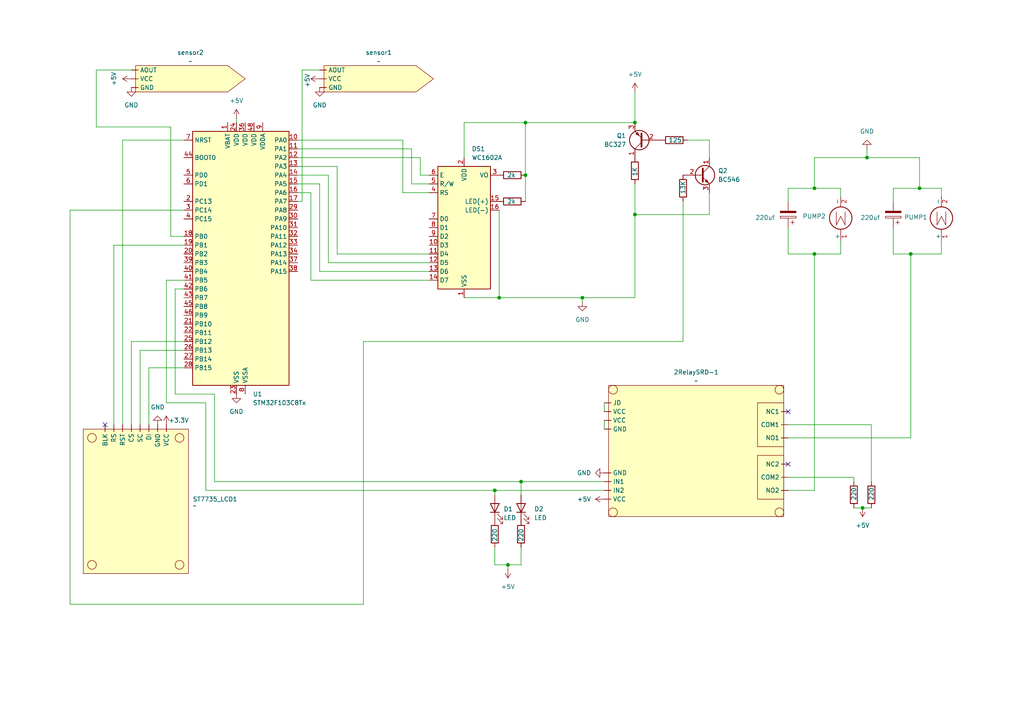
<source format=kicad_sch>
(kicad_sch (version 20231120) (generator "eeschema") (generator_version "8.0")
  (paper "A4")
  (lib_symbols
    (symbol "Device:C_Polarized" (pin_numbers hide) (pin_names (offset 0.254))
      (property "Reference" "C" (at 0.635 2.54 0))
      (property "Value" "C_Polarized" (at 0.635 -2.54 0))
      (symbol "C_Polarized_0_1"
        (rectangle (start -2.286 0.508) (end 2.286 1.016))
        (polyline (pts (xy -1.778 2.286) (xy -0.762 2.286)))
        (polyline (pts (xy -1.27 2.794) (xy -1.27 1.778)))
        (rectangle (start 2.286 -0.508) (end -2.286 -1.016) (fill (type outline)))
      )
      (symbol "C_Polarized_1_1"
        (pin passive line (at 0 3.81 270) (length 2.794) (name "~") (number "1"))
        (pin passive line (at 0 -3.81 90) (length 2.794) (name "~") (number "2"))
      )
    )
    (symbol "Device:LED" (pin_numbers hide) (pin_names (offset 1.016) hide)
      (property "Reference" "D" (at 0 2.54 0))
      (property "Value" "LED" (at 0 -2.54 0))
      (symbol "LED_0_1"
        (polyline (pts (xy -1.27 -1.27) (xy -1.27 1.27)) (stroke (width 0.254)))
        (polyline (pts (xy -1.27 0) (xy 1.27 0)))
        (polyline (pts (xy 1.27 -1.27) (xy 1.27 1.27) (xy -1.27 0) (xy 1.27 -1.27)) (stroke (width 0.254)))
        (polyline (pts (xy -3.048 -0.762) (xy -4.572 -2.286) (xy -3.81 -2.286) (xy -4.572 -2.286) (xy -4.572 -1.524)))
        (polyline (pts (xy -1.778 -0.762) (xy -3.302 -2.286) (xy -2.54 -2.286) (xy -3.302 -2.286) (xy -3.302 -1.524)))
      )
      (symbol "LED_1_1"
        (pin passive line (at -3.81 0 0) (length 2.54) (name "K") (number "1"))
        (pin passive line (at 3.81 0 180) (length 2.54) (name "A") (number "2"))
      )
    )
    (symbol "Device:R" (pin_numbers hide) (pin_names (offset 0))
      (property "Reference" "R" (at 2.032 0 90))
      (property "Value" "R" (at 0 0 90))
      (symbol "R_0_1"
        (rectangle (start -1.016 -2.54) (end 1.016 2.54) (stroke (width 0.254)))
      )
      (symbol "R_1_1"
        (pin passive line (at 0 3.81 270) (length 1.27) (name "~") (number "1"))
        (pin passive line (at 0 -3.81 90) (length 1.27) (name "~") (number "2"))
      )
    )
    (symbol "Display_Character:WC1602A"
      (property "Reference" "DS" (at -5.842 19.05 0))
      (property "Value" "WC1602A" (at 5.334 19.05 0))
      (symbol "WC1602A_1_1"
        (rectangle (start -7.62 17.78) (end 7.62 -17.78) (stroke (width 0.254)) (fill (type background)))
        (pin power_in line (at 0 -20.32 90) (length 2.54) (name "VSS") (number "1"))
        (pin input line (at -10.16 -5.08 0) (length 2.54) (name "D3") (number "10"))
        (pin input line (at -10.16 -7.62 0) (length 2.54) (name "D4") (number "11"))
        (pin input line (at -10.16 -10.16 0) (length 2.54) (name "D5") (number "12"))
        (pin input line (at -10.16 -12.7 0) (length 2.54) (name "D6") (number "13"))
        (pin input line (at -10.16 -15.24 0) (length 2.54) (name "D7") (number "14"))
        (pin power_in line (at 10.16 7.62 180) (length 2.54) (name "LED(+)") (number "15"))
        (pin power_in line (at 10.16 5.08 180) (length 2.54) (name "LED(-)") (number "16"))
        (pin power_in line (at 0 20.32 270) (length 2.54) (name "VDD") (number "2"))
        (pin input line (at 10.16 15.24 180) (length 2.54) (name "VO") (number "3"))
        (pin input line (at -10.16 10.16 0) (length 2.54) (name "RS") (number "4"))
        (pin input line (at -10.16 12.7 0) (length 2.54) (name "R/W") (number "5"))
        (pin input line (at -10.16 15.24 0) (length 2.54) (name "E") (number "6"))
        (pin input line (at -10.16 2.54 0) (length 2.54) (name "D0") (number "7"))
        (pin input line (at -10.16 0 0) (length 2.54) (name "D1") (number "8"))
        (pin input line (at -10.16 -2.54 0) (length 2.54) (name "D2") (number "9"))
      )
    )
    (symbol "MCU_ST_STM32F1:STM32F103C8Tx"
      (property "Reference" "U" (at -12.7 39.37 0))
      (property "Value" "STM32F103C8Tx" (at 10.16 39.37 0))
      (symbol "STM32F103C8Tx_0_1"
        (rectangle (start -12.7 -35.56) (end 15.24 38.1) (stroke (width 0.254)) (fill (type background)))
      )
      (symbol "STM32F103C8Tx_1_1"
        (pin power_in line (at -2.54 40.64 270) (length 2.54) (name "VBAT") (number "1"))
        (pin bidirectional line (at 17.78 35.56 180) (length 2.54) (name "PA0") (number "10"))
        (pin bidirectional line (at 17.78 33.02 180) (length 2.54) (name "PA1") (number "11"))
        (pin bidirectional line (at 17.78 30.48 180) (length 2.54) (name "PA2") (number "12"))
        (pin bidirectional line (at 17.78 27.94 180) (length 2.54) (name "PA3") (number "13"))
        (pin bidirectional line (at 17.78 25.4 180) (length 2.54) (name "PA4") (number "14"))
        (pin bidirectional line (at 17.78 22.86 180) (length 2.54) (name "PA5") (number "15"))
        (pin bidirectional line (at 17.78 20.32 180) (length 2.54) (name "PA6") (number "16"))
        (pin bidirectional line (at 17.78 17.78 180) (length 2.54) (name "PA7") (number "17"))
        (pin bidirectional line (at -15.24 7.62 0) (length 2.54) (name "PB0") (number "18"))
        (pin bidirectional line (at -15.24 5.08 0) (length 2.54) (name "PB1") (number "19"))
        (pin bidirectional line (at -15.24 17.78 0) (length 2.54) (name "PC13") (number "2"))
        (pin bidirectional line (at -15.24 2.54 0) (length 2.54) (name "PB2") (number "20"))
        (pin bidirectional line (at -15.24 -17.78 0) (length 2.54) (name "PB10") (number "21"))
        (pin bidirectional line (at -15.24 -20.32 0) (length 2.54) (name "PB11") (number "22"))
        (pin power_in line (at 0 -38.1 90) (length 2.54) (name "VSS") (number "23"))
        (pin power_in line (at 0 40.64 270) (length 2.54) (name "VDD") (number "24"))
        (pin bidirectional line (at -15.24 -22.86 0) (length 2.54) (name "PB12") (number "25"))
        (pin bidirectional line (at -15.24 -25.4 0) (length 2.54) (name "PB13") (number "26"))
        (pin bidirectional line (at -15.24 -27.94 0) (length 2.54) (name "PB14") (number "27"))
        (pin bidirectional line (at -15.24 -30.48 0) (length 2.54) (name "PB15") (number "28"))
        (pin bidirectional line (at 17.78 15.24 180) (length 2.54) (name "PA8") (number "29"))
        (pin bidirectional line (at -15.24 15.24 0) (length 2.54) (name "PC14") (number "3"))
        (pin bidirectional line (at 17.78 12.7 180) (length 2.54) (name "PA9") (number "30"))
        (pin bidirectional line (at 17.78 10.16 180) (length 2.54) (name "PA10") (number "31"))
        (pin bidirectional line (at 17.78 7.62 180) (length 2.54) (name "PA11") (number "32"))
        (pin bidirectional line (at 17.78 5.08 180) (length 2.54) (name "PA12") (number "33"))
        (pin bidirectional line (at 17.78 2.54 180) (length 2.54) (name "PA13") (number "34"))
        (pin passive line (at 0 -38.1 90) (length 2.54) hide (name "VSS") (number "35"))
        (pin power_in line (at 2.54 40.64 270) (length 2.54) (name "VDD") (number "36"))
        (pin bidirectional line (at 17.78 0 180) (length 2.54) (name "PA14") (number "37"))
        (pin bidirectional line (at 17.78 -2.54 180) (length 2.54) (name "PA15") (number "38"))
        (pin bidirectional line (at -15.24 0 0) (length 2.54) (name "PB3") (number "39"))
        (pin bidirectional line (at -15.24 12.7 0) (length 2.54) (name "PC15") (number "4"))
        (pin bidirectional line (at -15.24 -2.54 0) (length 2.54) (name "PB4") (number "40"))
        (pin bidirectional line (at -15.24 -5.08 0) (length 2.54) (name "PB5") (number "41"))
        (pin bidirectional line (at -15.24 -7.62 0) (length 2.54) (name "PB6") (number "42"))
        (pin bidirectional line (at -15.24 -10.16 0) (length 2.54) (name "PB7") (number "43"))
        (pin input line (at -15.24 30.48 0) (length 2.54) (name "BOOT0") (number "44"))
        (pin bidirectional line (at -15.24 -12.7 0) (length 2.54) (name "PB8") (number "45"))
        (pin bidirectional line (at -15.24 -15.24 0) (length 2.54) (name "PB9") (number "46"))
        (pin passive line (at 0 -38.1 90) (length 2.54) hide (name "VSS") (number "47"))
        (pin power_in line (at 5.08 40.64 270) (length 2.54) (name "VDD") (number "48"))
        (pin bidirectional line (at -15.24 25.4 0) (length 2.54) (name "PD0") (number "5"))
        (pin bidirectional line (at -15.24 22.86 0) (length 2.54) (name "PD1") (number "6"))
        (pin input line (at -15.24 35.56 0) (length 2.54) (name "NRST") (number "7"))
        (pin power_in line (at 2.54 -38.1 90) (length 2.54) (name "VSSA") (number "8"))
        (pin power_in line (at 7.62 40.64 270) (length 2.54) (name "VDDA") (number "9"))
      )
    )
    (symbol "Motor:Motor_DC" (pin_names (offset 0))
      (property "Reference" "M" (at 2.54 2.54 0))
      (property "Value" "Motor_DC" (at 2.54 -5.08 0))
      (symbol "Motor_DC_0_0"
        (polyline (pts (xy -1.27 -3.302) (xy -1.27 0.508) (xy 0 -2.032) (xy 1.27 0.508) (xy 1.27 -3.302)))
      )
      (symbol "Motor_DC_0_1"
        (circle (center 0 -1.524) (radius 3.2512) (stroke (width 0.254)))
        (polyline (pts (xy 0 -7.62) (xy 0 -7.112)))
        (polyline (pts (xy 0 -4.7752) (xy 0 -5.1816)))
        (polyline (pts (xy 0 1.7272) (xy 0 2.0828)))
        (polyline (pts (xy 0 2.032) (xy 0 2.54)))
      )
      (symbol "Motor_DC_1_1"
        (pin passive line (at 0 5.08 270) (length 2.54) (name "+") (number "1"))
        (pin passive line (at 0 -7.62 90) (length 2.54) (name "-") (number "2"))
      )
    )
    (symbol "Transistor_BJT:BC327" (pin_names (offset 0) hide)
      (property "Reference" "Q" (at 5.08 1.905 0))
      (property "Value" "BC327" (at 5.08 0 0))
      (symbol "BC327_0_1"
        (polyline (pts (xy 0.635 0.635) (xy 2.54 2.54)))
        (polyline (pts (xy 0.635 -0.635) (xy 2.54 -2.54) (xy 2.54 -2.54)))
        (polyline (pts (xy 0.635 1.905) (xy 0.635 -1.905) (xy 0.635 -1.905)) (stroke (width 0.508)))
        (polyline (pts (xy 2.286 -1.778) (xy 1.778 -2.286) (xy 1.27 -1.27) (xy 2.286 -1.778) (xy 2.286 -1.778)) (fill (type outline)))
        (circle (center 1.27 0) (radius 2.8194) (stroke (width 0.254)))
      )
      (symbol "BC327_1_1"
        (pin passive line (at 2.54 5.08 270) (length 2.54) (name "C") (number "1"))
        (pin input line (at -5.08 0 0) (length 5.715) (name "B") (number "2"))
        (pin passive line (at 2.54 -5.08 90) (length 2.54) (name "E") (number "3"))
      )
    )
    (symbol "Transistor_BJT:BC546" (pin_names (offset 0) hide)
      (property "Reference" "Q" (at 5.08 1.905 0))
      (property "Value" "BC546" (at 5.08 0 0))
      (symbol "BC546_0_1"
        (polyline (pts (xy 0 0) (xy 0.635 0)))
        (polyline (pts (xy 0.635 0.635) (xy 2.54 2.54)))
        (polyline (pts (xy 0.635 -0.635) (xy 2.54 -2.54) (xy 2.54 -2.54)))
        (polyline (pts (xy 0.635 1.905) (xy 0.635 -1.905) (xy 0.635 -1.905)) (stroke (width 0.508)))
        (polyline (pts (xy 1.27 -1.778) (xy 1.778 -1.27) (xy 2.286 -2.286) (xy 1.27 -1.778) (xy 1.27 -1.778)) (fill (type outline)))
        (circle (center 1.27 0) (radius 2.8194) (stroke (width 0.254)))
      )
      (symbol "BC546_1_1"
        (pin passive line (at 2.54 5.08 270) (length 2.54) (name "C") (number "1"))
        (pin input line (at -5.08 0 0) (length 5.08) (name "B") (number "2"))
        (pin passive line (at 2.54 -5.08 90) (length 2.54) (name "E") (number "3"))
      )
    )
    (symbol "mySymbols:2xSRD-05"
      (property "Reference" "2RelaySRD-05" (at 25.908 -19.304 0))
      (symbol "2xSRD-05_0_1"
        (rectangle (start 0 0) (end 50.8 -38.1) (fill (type background)))
        (circle (center 1.27 -36.83) (radius 1.27))
        (circle (center 1.27 -1.27) (radius 1.27))
        (rectangle (start 43.18 -20.32) (end 50.8 -33.02))
        (rectangle (start 43.18 -5.08) (end 50.8 -17.78))
        (circle (center 49.53 -36.83) (radius 1.27))
        (circle (center 49.53 -1.27) (radius 1.27))
      )
      (symbol "2xSRD-05_1_1"
        (pin output line (at 52.07 -11.43 180) (length 2) (name "COM1") (number ""))
        (pin output line (at 52.07 -26.67 180) (length 2) (name "COM2") (number ""))
        (pin input line (at -1.27 -25.4 0) (length 2) (name "GND") (number ""))
        (pin input line (at -1.27 -12.7 0) (length 2) (name "GND") (number ""))
        (pin input line (at -1.27 -27.94 0) (length 2) (name "IN1") (number ""))
        (pin input line (at -1.27 -30.48 0) (length 2) (name "IN2") (number ""))
        (pin input line (at -1.27 -5.08 0) (length 2) (name "JD") (number ""))
        (pin output line (at 52.07 -7.62 180) (length 2) (name "NC1") (number ""))
        (pin output line (at 52.07 -22.86 180) (length 2) (name "NC2") (number ""))
        (pin output line (at 52.07 -15.24 180) (length 2) (name "NO1") (number ""))
        (pin output line (at 52.07 -30.48 180) (length 2) (name "NO2") (number ""))
        (pin input line (at -1.27 -33.02 0) (length 2) (name "VCC") (number ""))
        (pin input line (at -1.27 -10.16 0) (length 2) (name "VCC") (number ""))
        (pin input line (at -1.27 -7.62 0) (length 2) (name "VCC") (number ""))
      )
    )
    (symbol "mySymbols:ST7735_LCD_TFT"
      (property "Reference" "ST7735_LCD" (at 14.732 -20.066 0))
      (symbol "ST7735_LCD_TFT_0_1"
        (rectangle (start 0 0) (end 30.48 -41.91) (fill (type background)))
        (circle (center 2.54 -39.37) (radius 1.27))
        (circle (center 2.54 -2.54) (radius 1.27))
        (circle (center 27.94 -39.37) (radius 1.27))
        (circle (center 27.94 -2.54) (radius 1.27))
      )
      (symbol "ST7735_LCD_TFT_1_1"
        (pin input line (at 6.35 1.27 270) (length 2) (name "BLK") (number ""))
        (pin input line (at 13.97 1.27 270) (length 2) (name "CS") (number ""))
        (pin input line (at 19.05 1.27 270) (length 2) (name "DI") (number ""))
        (pin input line (at 21.59 1.27 270) (length 2) (name "GND") (number ""))
        (pin input line (at 8.89 1.27 270) (length 2) (name "RS") (number ""))
        (pin input line (at 11.43 1.27 270) (length 2) (name "RST") (number ""))
        (pin input line (at 16.51 1.27 270) (length 2) (name "SC") (number ""))
        (pin input line (at 24.13 1.27 270) (length 2) (name "VCC") (number ""))
      )
    )
    (symbol "mySymbols:moisture_sensor"
      (property "Reference" "sensor" (at 14.224 -3.302 0))
      (symbol "moisture_sensor_0_1"
        (polyline (pts (xy 0 0) (xy 26.67 0) (xy 31.75 -3.81) (xy 26.67 -7.62) (xy 0 -7.62) (xy 0 0)) (fill (type background)))
      )
      (symbol "moisture_sensor_1_1"
        (pin input line (at -1.27 -1.27 0) (length 2) (name "AOUT") (number ""))
        (pin input line (at -1.27 -6.35 0) (length 2) (name "GND") (number ""))
        (pin input line (at -1.27 -3.81 0) (length 2) (name "VCC") (number ""))
      )
    )
    (symbol "power:+3.3V" (power) (pin_numbers hide) (pin_names (offset 0) hide)
      (property "Value" "+3.3V" (at 0 3.556 0))
      (symbol "+3.3V_0_1"
        (polyline (pts (xy -0.762 1.27) (xy 0 2.54)))
        (polyline (pts (xy 0 0) (xy 0 2.54)))
        (polyline (pts (xy 0 2.54) (xy 0.762 1.27)))
      )
      (symbol "+3.3V_1_1"
        (pin power_in line (at 0 0 90) (length 0) (name "~") (number "1"))
      )
    )
    (symbol "power:+5V" (power) (pin_numbers hide) (pin_names (offset 0) hide)
      (property "Value" "+5V" (at 0 3.556 0))
      (symbol "+5V_0_1"
        (polyline (pts (xy -0.762 1.27) (xy 0 2.54)))
        (polyline (pts (xy 0 0) (xy 0 2.54)))
        (polyline (pts (xy 0 2.54) (xy 0.762 1.27)))
      )
      (symbol "+5V_1_1"
        (pin power_in line (at 0 0 90) (length 0) (name "~") (number "1"))
      )
    )
    (symbol "power:GND" (power) (pin_numbers hide) (pin_names (offset 0) hide)
      (property "Value" "GND" (at 0 -3.81 0))
      (symbol "GND_0_1"
        (polyline (pts (xy 0 0) (xy 0 -1.27) (xy 1.27 -1.27) (xy 0 -2.54) (xy -1.27 -1.27) (xy 0 -1.27)))
      )
      (symbol "GND_1_1"
        (pin power_in line (at 0 0 270) (length 0) (name "~") (number "1"))
      )
    )
  )
  (junction (at 250.19 147.32))
  (junction (at 251.46 45.72))
  (junction (at 236.22 54.61))
  (junction (at 144.78 86.36))
  (junction (at 264.16 73.66))
  (junction (at 236.22 73.66))
  (junction (at 147.32 163.83))
  (junction (at 151.13 139.7))
  (junction (at 184.15 35.56))
  (junction (at 266.7 54.61))
  (junction (at 168.91 86.36))
  (junction (at 143.51 142.24))
  (junction (at 152.4 50.8))
  (junction (at 152.4 35.56))
  (junction (at 184.15 62.23))
  (no_connect (at 30.48 123.19))
  (no_connect (at 228.6 119.38))
  (no_connect (at 228.6 134.62))
  (wire (pts (xy 92.71 78.74) (xy 92.71 53.34)))
  (wire (pts (xy 43.18 106.68) (xy 53.34 106.68)))
  (wire (pts (xy 151.13 163.83) (xy 147.32 163.83)))
  (wire (pts (xy 243.84 73.66) (xy 236.22 73.66)))
  (wire (pts (xy 228.6 138.43) (xy 247.65 138.43)))
  (wire (pts (xy 251.46 45.72) (xy 266.7 45.72)))
  (wire (pts (xy 62.23 139.7) (xy 62.23 114.3)))
  (wire (pts (xy 184.15 86.36) (xy 168.91 86.36)))
  (wire (pts (xy 151.13 139.7) (xy 151.13 143.51)))
  (wire (pts (xy 124.46 53.34) (xy 119.38 53.34)))
  (wire (pts (xy 264.16 73.66) (xy 273.05 73.66)))
  (wire (pts (xy 259.08 54.61) (xy 266.7 54.61)))
  (wire (pts (xy 151.13 139.7) (xy 175.26 139.7)))
  (wire (pts (xy 124.46 55.88) (xy 116.84 55.88)))
  (wire (pts (xy 33.02 71.12) (xy 53.34 71.12)))
  (wire (pts (xy 236.22 73.66) (xy 228.6 73.66)))
  (wire (pts (xy 53.34 101.6) (xy 40.64 101.6)))
  (wire (pts (xy 143.51 163.83) (xy 147.32 163.83)))
  (wire (pts (xy 48.26 81.28) (xy 53.34 81.28)))
  (wire (pts (xy 264.16 73.66) (xy 264.16 127)))
  (wire (pts (xy 264.16 127) (xy 228.6 127)))
  (wire (pts (xy 147.32 163.83) (xy 147.32 165.1)))
  (wire (pts (xy 49.53 68.58) (xy 53.34 68.58)))
  (wire (pts (xy 151.13 139.7) (xy 62.23 139.7)))
  (wire (pts (xy 124.46 78.74) (xy 92.71 78.74)))
  (wire (pts (xy 175.26 142.24) (xy 143.51 142.24)))
  (wire (pts (xy 228.6 73.66) (xy 228.6 66.04)))
  (wire (pts (xy 152.4 35.56) (xy 152.4 50.8)))
  (wire (pts (xy 53.34 99.06) (xy 38.1 99.06)))
  (wire (pts (xy 87.63 20.32) (xy 87.63 58.42)))
  (wire (pts (xy 35.56 40.64) (xy 35.56 123.19)))
  (wire (pts (xy 259.08 66.04) (xy 259.08 73.66)))
  (wire (pts (xy 95.25 76.2) (xy 95.25 50.8)))
  (wire (pts (xy 50.8 114.3) (xy 50.8 83.82)))
  (wire (pts (xy 97.79 73.66) (xy 97.79 48.26)))
  (wire (pts (xy 152.4 50.8) (xy 152.4 58.42)))
  (wire (pts (xy 273.05 57.15) (xy 273.05 54.61)))
  (wire (pts (xy 152.4 35.56) (xy 184.15 35.56)))
  (wire (pts (xy 251.46 43.18) (xy 251.46 45.72)))
  (wire (pts (xy 105.41 175.26) (xy 105.41 99.06)))
  (wire (pts (xy 121.92 50.8) (xy 121.92 45.72)))
  (wire (pts (xy 27.94 20.32) (xy 27.94 36.83)))
  (wire (pts (xy 35.56 40.64) (xy 53.34 40.64)))
  (wire (pts (xy 247.65 138.43) (xy 247.65 139.7)))
  (wire (pts (xy 143.51 142.24) (xy 143.51 143.51)))
  (wire (pts (xy 228.6 54.61) (xy 236.22 54.61)))
  (wire (pts (xy 116.84 55.88) (xy 116.84 40.64)))
  (wire (pts (xy 144.78 60.96) (xy 144.78 86.36)))
  (wire (pts (xy 251.46 45.72) (xy 236.22 45.72)))
  (wire (pts (xy 259.08 73.66) (xy 264.16 73.66)))
  (wire (pts (xy 184.15 26.67) (xy 184.15 35.56)))
  (wire (pts (xy 86.36 58.42) (xy 87.63 58.42)))
  (wire (pts (xy 184.15 53.34) (xy 184.15 62.23)))
  (wire (pts (xy 175.26 121.92) (xy 175.26 124.46)))
  (wire (pts (xy 151.13 158.75) (xy 151.13 163.83)))
  (wire (pts (xy 62.23 114.3) (xy 50.8 114.3)))
  (wire (pts (xy 59.69 116.84) (xy 48.26 116.84)))
  (wire (pts (xy 198.12 58.42) (xy 198.12 99.06)))
  (wire (pts (xy 48.26 116.84) (xy 48.26 81.28)))
  (wire (pts (xy 236.22 54.61) (xy 243.84 54.61)))
  (wire (pts (xy 124.46 76.2) (xy 95.25 76.2)))
  (wire (pts (xy 124.46 50.8) (xy 121.92 50.8)))
  (wire (pts (xy 38.1 99.06) (xy 38.1 123.19)))
  (wire (pts (xy 250.19 147.32) (xy 247.65 147.32)))
  (wire (pts (xy 243.84 73.66) (xy 243.84 69.85)))
  (wire (pts (xy 184.15 62.23) (xy 184.15 86.36)))
  (wire (pts (xy 90.17 81.28) (xy 90.17 55.88)))
  (wire (pts (xy 266.7 54.61) (xy 273.05 54.61)))
  (wire (pts (xy 259.08 58.42) (xy 259.08 54.61)))
  (wire (pts (xy 50.8 83.82) (xy 53.34 83.82)))
  (wire (pts (xy 92.71 53.34) (xy 86.36 53.34)))
  (wire (pts (xy 38.1 20.32) (xy 27.94 20.32)))
  (wire (pts (xy 252.73 123.19) (xy 252.73 139.7)))
  (wire (pts (xy 236.22 45.72) (xy 236.22 54.61)))
  (wire (pts (xy 243.84 54.61) (xy 243.84 57.15)))
  (wire (pts (xy 105.41 99.06) (xy 198.12 99.06)))
  (wire (pts (xy 168.91 86.36) (xy 168.91 87.63)))
  (wire (pts (xy 205.74 55.88) (xy 205.74 62.23)))
  (wire (pts (xy 199.39 40.64) (xy 205.74 40.64)))
  (wire (pts (xy 119.38 53.34) (xy 119.38 43.18)))
  (wire (pts (xy 144.78 86.36) (xy 168.91 86.36)))
  (wire (pts (xy 175.26 116.84) (xy 175.26 119.38)))
  (wire (pts (xy 90.17 55.88) (xy 86.36 55.88)))
  (wire (pts (xy 20.32 60.96) (xy 20.32 175.26)))
  (wire (pts (xy 43.18 123.19) (xy 43.18 106.68)))
  (wire (pts (xy 134.62 35.56) (xy 134.62 45.72)))
  (wire (pts (xy 205.74 62.23) (xy 184.15 62.23)))
  (wire (pts (xy 266.7 45.72) (xy 266.7 54.61)))
  (wire (pts (xy 121.92 45.72) (xy 86.36 45.72)))
  (wire (pts (xy 228.6 123.19) (xy 252.73 123.19)))
  (wire (pts (xy 250.19 147.32) (xy 252.73 147.32)))
  (wire (pts (xy 49.53 36.83) (xy 49.53 68.58)))
  (wire (pts (xy 53.34 60.96) (xy 20.32 60.96)))
  (wire (pts (xy 40.64 101.6) (xy 40.64 123.19)))
  (wire (pts (xy 134.62 86.36) (xy 144.78 86.36)))
  (wire (pts (xy 95.25 50.8) (xy 86.36 50.8)))
  (wire (pts (xy 273.05 73.66) (xy 273.05 69.85)))
  (wire (pts (xy 116.84 40.64) (xy 86.36 40.64)))
  (wire (pts (xy 119.38 43.18) (xy 86.36 43.18)))
  (wire (pts (xy 228.6 58.42) (xy 228.6 54.61)))
  (wire (pts (xy 236.22 73.66) (xy 236.22 142.24)))
  (wire (pts (xy 33.02 123.19) (xy 33.02 71.12)))
  (wire (pts (xy 124.46 73.66) (xy 97.79 73.66)))
  (wire (pts (xy 68.58 34.29) (xy 68.58 35.56)))
  (wire (pts (xy 143.51 158.75) (xy 143.51 163.83)))
  (wire (pts (xy 27.94 36.83) (xy 49.53 36.83)))
  (wire (pts (xy 228.6 142.24) (xy 236.22 142.24)))
  (wire (pts (xy 97.79 48.26) (xy 86.36 48.26)))
  (wire (pts (xy 87.63 20.32) (xy 92.71 20.32)))
  (wire (pts (xy 59.69 142.24) (xy 59.69 116.84)))
  (wire (pts (xy 134.62 35.56) (xy 152.4 35.56)))
  (wire (pts (xy 143.51 142.24) (xy 59.69 142.24)))
  (wire (pts (xy 205.74 40.64) (xy 205.74 45.72)))
  (wire (pts (xy 20.32 175.26) (xy 105.41 175.26)))
  (wire (pts (xy 124.46 81.28) (xy 90.17 81.28)))
  (symbol (lib_id "mySymbols:moisture_sensor") (at 93.98 19.05 0) (unit 1)
    (property "Reference" "sensor1" (at 109.855 15.24 0))
    (property "Value" "~" (at 109.855 17.78 0))
  )
  (symbol (lib_id "Motor:Motor_DC") (at 243.84 64.77 180) (unit 1)
    (property "Reference" "M2" (effects (hide yes)))
    (property "Value" "PUMP2" (at 239.522 62.738 0) (effects (justify left)))
    (property "Description" "DC Motor" (effects (hide yes)))
  )
  (symbol (lib_id "Device:R") (at 195.58 40.64 270) (unit 1)
    (property "Reference" "R4" (effects (hide yes)))
    (property "Value" "125" (at 195.834 40.64 90))
    (property "Description" "Resistor" (effects (hide yes)))
  )
  (symbol (lib_id "MCU_ST_STM32F1:STM32F103C8Tx") (at 68.58 76.2 0) (unit 1)
    (property "Reference" "U1" (at 73.3141 114.3 0) (effects (justify left)))
    (property "Value" "STM32F103C8Tx" (at 73.3141 116.84 0) (effects (justify left)))
    (property "Footprint" "Package_QFP:LQFP-48_7x7mm_P0.5mm" (effects (hide yes)))
    (property "Datasheet" "https://www.st.com/resource/en/datasheet/stm32f103c8.pdf" (effects (hide yes)))
    (property "Description" "STMicroelectronics Arm Cortex-M3 MCU, 64KB flash, 20KB RAM, 72 MHz, 2.0-3.6V, 37 GPIO, LQFP48" (effects (hide yes)))
  )
  (symbol (lib_id "power:+5V") (at 147.32 165.1 180) (unit 1)
    (property "Reference" "#PWR02" (effects (hide yes)))
    (property "Value" "+5V" (at 147.32 170.18 0))
    (property "Description" "Power symbol creates a global label with name \"+5V\"" (effects (hide yes)))
  )
  (symbol (lib_id "Device:LED") (at 151.13 147.32 90) (unit 1)
    (property "Reference" "D2" (at 154.94 147.6374 90) (effects (justify right)))
    (property "Value" "LED" (at 154.94 150.1774 90) (effects (justify right)))
    (property "Description" "Light emitting diode" (effects (hide yes)))
  )
  (symbol (lib_id "Display_Character:WC1602A") (at 134.62 66.04 0) (unit 1)
    (property "Reference" "DS1" (at 136.8141 43.18 0) (effects (justify left)))
    (property "Value" "WC1602A" (at 136.8141 45.72 0) (effects (justify left)))
    (property "Footprint" "Display:WC1602A" (effects (hide yes)))
    (property "Datasheet" "http://www.wincomlcd.com/pdf/WC1602A-SFYLYHTC06.pdf" (effects (hide yes)))
    (property "Description" "LCD 16x2 Alphanumeric , 8 bit parallel bus, 5V VDD" (effects (hide yes)))
  )
  (symbol (lib_id "Device:R") (at 198.12 54.61 0) (unit 1)
    (property "Reference" "R5" (effects (hide yes)))
    (property "Value" "13K" (at 198.12 54.356 90))
    (property "Description" "Resistor" (effects (hide yes)))
  )
  (symbol (lib_id "Device:LED") (at 143.51 147.32 90) (unit 1)
    (property "Reference" "D1" (at 146.05 147.6374 90) (effects (justify right)))
    (property "Value" "LED" (at 146.05 150.1774 90) (effects (justify right)))
    (property "Description" "Light emitting diode" (effects (hide yes)))
  )
  (symbol (lib_id "Device:R") (at 151.13 154.94 180) (unit 1)
    (property "Reference" "R7" (effects (hide yes)))
    (property "Value" "220" (at 151.13 155.194 90))
    (property "Description" "Resistor" (effects (hide yes)))
  )
  (symbol (lib_id "Device:R") (at 252.73 143.51 0) (unit 1)
    (property "Reference" "R8" (effects (hide yes)))
    (property "Value" "220" (at 252.73 143.256 90))
    (property "Description" "Resistor" (effects (hide yes)))
  )
  (symbol (lib_id "power:GND") (at 175.26 137.16 270) (unit 1)
    (property "Reference" "#PWR07" (effects (hide yes)))
    (property "Value" "GND" (at 171.45 137.1599 90) (effects (justify right)))
    (property "Description" "Power symbol creates a global label with name \"GND\" , ground" (effects (hide yes)))
  )
  (symbol (lib_id "Transistor_BJT:BC327") (at 186.69 40.64 180) (unit 1)
    (property "Reference" "Q1" (at 181.61 39.3699 0) (effects (justify left)))
    (property "Value" "BC327" (at 181.61 41.9099 0) (effects (justify left)))
    (property "Footprint" "Package_TO_SOT_THT:TO-92_Inline" (effects (hide yes)))
    (property "Datasheet" "http://www.onsemi.com/pub_link/Collateral/BC327-D.PDF" (effects (hide yes)))
    (property "Description" "0.8A Ic, 45V Vce, PNP Transistor, TO-92" (effects (hide yes)))
  )
  (symbol (lib_id "mySymbols:ST7735_LCD_TFT") (at 24.13 124.46 0) (unit 1)
    (property "Reference" "ST7735_LCD1" (at 55.88 144.7799 0) (effects (justify left)))
    (property "Value" "~" (at 55.88 146.685 0) (effects (justify left)))
  )
  (symbol (lib_id "power:+3.3V") (at 48.26 123.19 0) (unit 1)
    (property "Reference" "#PWR015" (effects (hide yes)))
    (property "Value" "+3.3V" (at 51.816 121.92 0))
    (property "Description" "Power symbol creates a global label with name \"+3.3V\"" (effects (hide yes)))
  )
  (symbol (lib_id "power:GND") (at 38.1 25.4 0) (unit 1)
    (property "Reference" "#PWR013" (effects (hide yes)))
    (property "Value" "GND" (at 38.1 30.48 0))
    (property "Description" "Power symbol creates a global label with name \"GND\" , ground" (effects (hide yes)))
  )
  (symbol (lib_id "power:GND") (at 168.91 87.63 0) (unit 1)
    (property "Reference" "#PWR01" (effects (hide yes)))
    (property "Value" "GND" (at 168.91 92.71 0))
    (property "Description" "Power symbol creates a global label with name \"GND\" , ground" (effects (hide yes)))
  )
  (symbol (lib_id "Device:C_Polarized") (at 259.08 62.23 180) (unit 1)
    (property "Reference" "220uf" (at 255.27 63.1191 0) (effects (justify left)))
    (property "Value" "C_Polarized" (effects (hide yes)))
    (property "Description" "Polarized capacitor" (effects (hide yes)))
  )
  (symbol (lib_id "power:+5V") (at 38.1 22.86 90) (unit 1)
    (property "Reference" "#PWR05" (effects (hide yes)))
    (property "Value" "+5V" (at 33.02 22.86 0))
    (property "Description" "Power symbol creates a global label with name \"+5V\"" (effects (hide yes)))
  )
  (symbol (lib_id "mySymbols:moisture_sensor") (at 39.37 19.05 0) (unit 1)
    (property "Reference" "sensor2" (at 55.245 15.24 0))
    (property "Value" "~" (at 55.245 17.78 0))
  )
  (symbol (lib_id "power:+5V") (at 184.15 26.67 0) (unit 1)
    (property "Reference" "#PWR03" (effects (hide yes)))
    (property "Value" "+5V" (at 184.15 21.59 0))
    (property "Description" "Power symbol creates a global label with name \"+5V\"" (effects (hide yes)))
  )
  (symbol (lib_id "Device:R") (at 184.15 49.53 180) (unit 1)
    (property "Reference" "R3" (effects (hide yes)))
    (property "Value" "1K" (at 184.15 49.784 90))
    (property "Description" "Resistor" (effects (hide yes)))
  )
  (symbol (lib_id "power:GND") (at 68.58 114.3 0) (unit 1)
    (property "Reference" "#PWR010" (effects (hide yes)))
    (property "Value" "GND" (at 68.58 119.38 0))
    (property "Description" "Power symbol creates a global label with name \"GND\" , ground" (effects (hide yes)))
  )
  (symbol (lib_id "Device:R") (at 148.59 50.8 90) (unit 1)
    (property "Reference" "R2" (effects (hide yes)))
    (property "Value" "2k" (at 148.336 50.8 90))
    (property "Description" "Resistor" (effects (hide yes)))
  )
  (symbol (lib_id "Transistor_BJT:BC546") (at 203.2 50.8 0) (unit 1)
    (property "Reference" "Q2" (at 208.28 49.5299 0) (effects (justify left)))
    (property "Value" "BC546" (at 208.28 52.0699 0) (effects (justify left)))
    (property "Footprint" "Package_TO_SOT_THT:TO-92_Inline" (effects (hide yes)))
    (property "Datasheet" "https://www.onsemi.com/pub/Collateral/BC550-D.pdf" (effects (hide yes)))
    (property "Description" "0.1A Ic, 65V Vce, Small Signal NPN Transistor, TO-92" (effects (hide yes)))
  )
  (symbol (lib_id "power:GND") (at 92.71 25.4 0) (unit 1)
    (property "Reference" "#PWR012" (effects (hide yes)))
    (property "Value" "GND" (at 92.71 30.48 0))
    (property "Description" "Power symbol creates a global label with name \"GND\" , ground" (effects (hide yes)))
  )
  (symbol (lib_id "mySymbols:2xSRD-05") (at 176.53 111.76 0) (unit 1)
    (property "Reference" "2RelaySRD-1" (at 201.93 107.95 0))
    (property "Value" "~" (at 201.93 110.49 0))
  )
  (symbol (lib_id "Device:R") (at 143.51 154.94 180) (unit 1)
    (property "Reference" "R6" (effects (hide yes)))
    (property "Value" "220" (at 143.51 155.194 90))
    (property "Description" "Resistor" (effects (hide yes)))
  )
  (symbol (lib_id "power:+5V") (at 175.26 144.78 90) (unit 1)
    (property "Reference" "#PWR08" (effects (hide yes)))
    (property "Value" "+5V" (at 171.45 144.7799 90) (effects (justify left)))
    (property "Description" "Power symbol creates a global label with name \"+5V\"" (effects (hide yes)))
  )
  (symbol (lib_id "Device:C_Polarized") (at 228.6 62.23 180) (unit 1)
    (property "Reference" "220uf" (at 224.79 63.1191 0) (effects (justify left)))
    (property "Value" "C_Polarized" (effects (hide yes)))
    (property "Description" "Polarized capacitor" (effects (hide yes)))
  )
  (symbol (lib_id "Motor:Motor_DC") (at 273.05 64.77 180) (unit 1)
    (property "Reference" "M1" (effects (hide yes)))
    (property "Value" "PUMP1" (at 268.986 62.992 0) (effects (justify left)))
    (property "Description" "DC Motor" (effects (hide yes)))
  )
  (symbol (lib_id "power:GND") (at 251.46 43.18 180) (unit 1)
    (property "Reference" "#PWR04" (effects (hide yes)))
    (property "Value" "GND" (at 251.46 38.1 0))
    (property "Description" "Power symbol creates a global label with name \"GND\" , ground" (effects (hide yes)))
  )
  (symbol (lib_id "power:+5V") (at 92.71 22.86 90) (unit 1)
    (property "Reference" "#PWR011" (effects (hide yes)))
    (property "Value" "+5V" (at 89.154 23.368 0))
    (property "Description" "Power symbol creates a global label with name \"+5V\"" (effects (hide yes)))
  )
  (symbol (lib_id "Device:R") (at 247.65 143.51 0) (unit 1)
    (property "Reference" "R9" (effects (hide yes)))
    (property "Value" "220" (at 247.65 143.256 90))
    (property "Description" "Resistor" (effects (hide yes)))
  )
  (symbol (lib_id "Device:R") (at 148.59 58.42 90) (unit 1)
    (property "Reference" "R1" (effects (hide yes)))
    (property "Value" "2k" (at 148.336 58.42 90))
    (property "Description" "Resistor" (effects (hide yes)))
  )
  (symbol (lib_id "power:+5V") (at 68.58 34.29 0) (unit 1)
    (property "Reference" "#PWR09" (effects (hide yes)))
    (property "Value" "+5V" (at 68.58 29.21 0))
    (property "Description" "Power symbol creates a global label with name \"+5V\"" (effects (hide yes)))
  )
  (symbol (lib_id "power:+5V") (at 250.19 147.32 180) (unit 1)
    (property "Reference" "#PWR06" (effects (hide yes)))
    (property "Value" "+5V" (at 250.19 152.4 0))
    (property "Description" "Power symbol creates a global label with name \"+5V\"" (effects (hide yes)))
  )
  (symbol (lib_id "power:GND") (at 45.72 123.19 180) (unit 1)
    (property "Reference" "#PWR014" (effects (hide yes)))
    (property "Value" "GND" (at 45.72 118.11 0))
    (property "Description" "Power symbol creates a global label with name \"GND\" , ground" (effects (hide yes)))
  )
)
</source>
